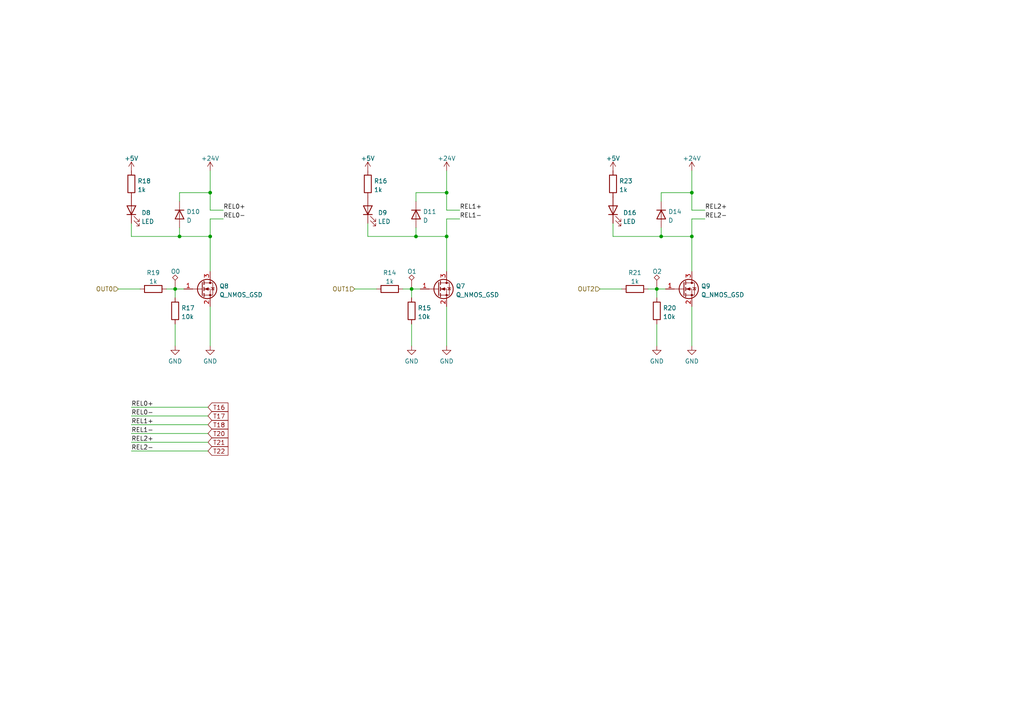
<source format=kicad_sch>
(kicad_sch (version 20211123) (generator eeschema)
  (paper "A4")
  (title_block (title "FloatPUMP Schematics") (date "2022-11-11") (rev "1.0") (company "robtor.de") (comment 1 "Controller board for up to 3 water pumps") (comment 2 "measuring capabilities with piezoresistive pressure sensors") (comment 3 "sensor input Range 4mA-20mA"))
  (lib_symbols
    (symbol "Connector:TestPoint_Alt" (pin_numbers hide) (pin_names (offset 0.762) hide)
      (property "Reference" "TP" (at 0 6.858 0))
      (property "Value" "TestPoint_Alt" (at 0 5.08 0))
      (symbol "TestPoint_Alt_0_1"
        (polyline (pts (xy 0 2.54) (xy -0.762 3.302) (xy 0 4.064) (xy 0.762 3.302) (xy 0 2.54)))
      )
      (symbol "TestPoint_Alt_1_1"
        (pin passive line (at 0 0 90) (length 2.54) (name "1") (number "1"))
      )
    )
    (symbol "Device:D" (pin_numbers hide) (pin_names (offset 1.016) hide)
      (property "Reference" "D" (at 0 2.54 0))
      (property "Value" "D" (at 0 -2.54 0))
      (symbol "D_0_1"
        (polyline (pts (xy -1.27 1.27) (xy -1.27 -1.27)) (stroke (width 0.254)))
        (polyline (pts (xy 1.27 0) (xy -1.27 0)))
        (polyline (pts (xy 1.27 1.27) (xy 1.27 -1.27) (xy -1.27 0) (xy 1.27 1.27)) (stroke (width 0.254)))
      )
      (symbol "D_1_1"
        (pin passive line (at -3.81 0 0) (length 2.54) (name "K") (number "1"))
        (pin passive line (at 3.81 0 180) (length 2.54) (name "A") (number "2"))
      )
    )
    (symbol "Device:LED" (pin_numbers hide) (pin_names (offset 1.016) hide)
      (property "Reference" "D" (at 0 2.54 0))
      (property "Value" "LED" (at 0 -2.54 0))
      (symbol "LED_0_1"
        (polyline (pts (xy -1.27 -1.27) (xy -1.27 1.27)) (stroke (width 0.254)))
        (polyline (pts (xy -1.27 0) (xy 1.27 0)))
        (polyline (pts (xy 1.27 -1.27) (xy 1.27 1.27) (xy -1.27 0) (xy 1.27 -1.27)) (stroke (width 0.254)))
        (polyline (pts (xy -3.048 -0.762) (xy -4.572 -2.286) (xy -3.81 -2.286) (xy -4.572 -2.286) (xy -4.572 -1.524)))
        (polyline (pts (xy -1.778 -0.762) (xy -3.302 -2.286) (xy -2.54 -2.286) (xy -3.302 -2.286) (xy -3.302 -1.524)))
      )
      (symbol "LED_1_1"
        (pin passive line (at -3.81 0 0) (length 2.54) (name "K") (number "1"))
        (pin passive line (at 3.81 0 180) (length 2.54) (name "A") (number "2"))
      )
    )
    (symbol "Device:Q_NMOS_GSD" (pin_names (offset 0) hide)
      (property "Reference" "Q" (at 5.08 1.27 0))
      (property "Value" "Q_NMOS_GSD" (at 5.08 -1.27 0))
      (symbol "Q_NMOS_GSD_0_1"
        (polyline (pts (xy 0.254 0) (xy -2.54 0)))
        (polyline (pts (xy 0.254 1.905) (xy 0.254 -1.905)) (stroke (width 0.254)))
        (polyline (pts (xy 0.762 -1.27) (xy 0.762 -2.286)) (stroke (width 0.254)))
        (polyline (pts (xy 0.762 0.508) (xy 0.762 -0.508)) (stroke (width 0.254)))
        (polyline (pts (xy 0.762 2.286) (xy 0.762 1.27)) (stroke (width 0.254)))
        (polyline (pts (xy 2.54 2.54) (xy 2.54 1.778)))
        (polyline (pts (xy 2.54 -2.54) (xy 2.54 0) (xy 0.762 0)))
        (polyline (pts (xy 0.762 -1.778) (xy 3.302 -1.778) (xy 3.302 1.778) (xy 0.762 1.778)))
        (polyline (pts (xy 1.016 0) (xy 2.032 0.381) (xy 2.032 -0.381) (xy 1.016 0)) (fill (type outline)))
        (polyline (pts (xy 2.794 0.508) (xy 2.921 0.381) (xy 3.683 0.381) (xy 3.81 0.254)))
        (polyline (pts (xy 3.302 0.381) (xy 2.921 -0.254) (xy 3.683 -0.254) (xy 3.302 0.381)))
        (circle (center 1.651 0) (radius 2.794) (stroke (width 0.254)))
        (circle (center 2.54 -1.778) (radius 0.254) (fill (type outline)))
        (circle (center 2.54 1.778) (radius 0.254) (fill (type outline)))
      )
      (symbol "Q_NMOS_GSD_1_1"
        (pin input line (at -5.08 0 0) (length 2.54) (name "G") (number "1"))
        (pin passive line (at 2.54 -5.08 90) (length 2.54) (name "S") (number "2"))
        (pin passive line (at 2.54 5.08 270) (length 2.54) (name "D") (number "3"))
      )
    )
    (symbol "Device:R" (pin_numbers hide) (pin_names (offset 0))
      (property "Reference" "R" (at 2.032 0 90))
      (property "Value" "R" (at 0 0 90))
      (symbol "R_0_1"
        (rectangle (start -1.016 -2.54) (end 1.016 2.54) (stroke (width 0.254)))
      )
      (symbol "R_1_1"
        (pin passive line (at 0 3.81 270) (length 1.27) (name "~") (number "1"))
        (pin passive line (at 0 -3.81 90) (length 1.27) (name "~") (number "2"))
      )
    )
    (symbol "power:+24V" (power) (pin_names (offset 0))
      (property "Value" "+24V" (at 0 3.556 0))
      (symbol "+24V_0_1"
        (polyline (pts (xy -0.762 1.27) (xy 0 2.54)))
        (polyline (pts (xy 0 0) (xy 0 2.54)))
        (polyline (pts (xy 0 2.54) (xy 0.762 1.27)))
      )
      (symbol "+24V_1_1"
        (pin power_in line (at 0 0 90) (length 0) hide (name "+24V") (number "1"))
      )
    )
    (symbol "power:+5V" (power) (pin_names (offset 0))
      (property "Value" "+5V" (at 0 3.556 0))
      (symbol "+5V_0_1"
        (polyline (pts (xy -0.762 1.27) (xy 0 2.54)))
        (polyline (pts (xy 0 0) (xy 0 2.54)))
        (polyline (pts (xy 0 2.54) (xy 0.762 1.27)))
      )
      (symbol "+5V_1_1"
        (pin power_in line (at 0 0 90) (length 0) hide (name "+5V") (number "1"))
      )
    )
    (symbol "power:GND" (power) (pin_names (offset 0))
      (property "Value" "GND" (at 0 -3.81 0))
      (symbol "GND_0_1"
        (polyline (pts (xy 0 0) (xy 0 -1.27) (xy 1.27 -1.27) (xy 0 -2.54) (xy -1.27 -1.27) (xy 0 -1.27)))
      )
      (symbol "GND_1_1"
        (pin power_in line (at 0 0 270) (length 0) hide (name "GND") (number "1"))
      )
    )
  )
  (junction (at 52.07 68.58))
  (junction (at 120.65 68.58))
  (junction (at 60.96 68.58))
  (junction (at 129.54 68.58))
  (junction (at 119.38 83.82))
  (junction (at 50.8 83.82))
  (junction (at 60.96 55.88))
  (junction (at 191.77 68.58))
  (junction (at 129.54 55.88))
  (junction (at 190.5 83.82))
  (junction (at 200.66 68.58))
  (junction (at 200.66 55.88))
  (wire (pts (xy 191.77 58.42) (xy 191.77 55.88)))
  (wire (pts (xy 60.96 68.58) (xy 60.96 78.74)))
  (wire (pts (xy 173.99 83.82) (xy 180.34 83.82)))
  (wire (pts (xy 190.5 83.82) (xy 193.04 83.82)))
  (wire (pts (xy 50.8 83.82) (xy 50.8 86.36)))
  (wire (pts (xy 200.66 88.9) (xy 200.66 100.33)))
  (wire (pts (xy 200.66 68.58) (xy 200.66 78.74)))
  (wire (pts (xy 129.54 49.53) (xy 129.54 55.88)))
  (wire (pts (xy 102.87 83.82) (xy 109.22 83.82)))
  (wire (pts (xy 60.96 55.88) (xy 60.96 60.96)))
  (wire (pts (xy 191.77 68.58) (xy 200.66 68.58)))
  (wire (pts (xy 52.07 68.58) (xy 38.1 68.58)))
  (wire (pts (xy 187.96 83.82) (xy 190.5 83.82)))
  (wire (pts (xy 190.5 83.82) (xy 190.5 86.36)))
  (wire (pts (xy 120.65 55.88) (xy 129.54 55.88)))
  (wire (pts (xy 38.1 128.27) (xy 60.325 128.27)))
  (wire (pts (xy 120.65 68.58) (xy 129.54 68.58)))
  (wire (pts (xy 200.66 55.88) (xy 200.66 60.96)))
  (wire (pts (xy 191.77 55.88) (xy 200.66 55.88)))
  (wire (pts (xy 177.8 64.77) (xy 177.8 68.58)))
  (wire (pts (xy 129.54 60.96) (xy 133.35 60.96)))
  (wire (pts (xy 50.8 83.82) (xy 53.34 83.82)))
  (wire (pts (xy 116.84 83.82) (xy 119.38 83.82)))
  (wire (pts (xy 50.8 93.98) (xy 50.8 100.33)))
  (wire (pts (xy 133.35 63.5) (xy 129.54 63.5)))
  (wire (pts (xy 38.1 125.73) (xy 60.325 125.73)))
  (wire (pts (xy 60.96 88.9) (xy 60.96 100.33)))
  (wire (pts (xy 106.68 64.77) (xy 106.68 68.58)))
  (wire (pts (xy 52.07 55.88) (xy 60.96 55.88)))
  (wire (pts (xy 38.1 123.19) (xy 60.325 123.19)))
  (wire (pts (xy 60.96 63.5) (xy 60.96 68.58)))
  (wire (pts (xy 34.29 83.82) (xy 40.64 83.82)))
  (wire (pts (xy 119.38 93.98) (xy 119.38 100.33)))
  (wire (pts (xy 52.07 66.04) (xy 52.07 68.58)))
  (wire (pts (xy 119.38 83.82) (xy 121.92 83.82)))
  (wire (pts (xy 120.65 66.04) (xy 120.65 68.58)))
  (wire (pts (xy 52.07 58.42) (xy 52.07 55.88)))
  (wire (pts (xy 191.77 68.58) (xy 177.8 68.58)))
  (wire (pts (xy 38.1 130.81) (xy 60.325 130.81)))
  (wire (pts (xy 129.54 88.9) (xy 129.54 100.33)))
  (wire (pts (xy 38.1 120.65) (xy 60.325 120.65)))
  (wire (pts (xy 52.07 68.58) (xy 60.96 68.58)))
  (wire (pts (xy 60.96 60.96) (xy 64.77 60.96)))
  (wire (pts (xy 64.77 63.5) (xy 60.96 63.5)))
  (wire (pts (xy 190.5 93.98) (xy 190.5 100.33)))
  (wire (pts (xy 120.65 58.42) (xy 120.65 55.88)))
  (wire (pts (xy 38.1 118.11) (xy 60.325 118.11)))
  (wire (pts (xy 119.38 83.82) (xy 119.38 86.36)))
  (wire (pts (xy 204.47 63.5) (xy 200.66 63.5)))
  (wire (pts (xy 129.54 68.58) (xy 129.54 78.74)))
  (wire (pts (xy 129.54 63.5) (xy 129.54 68.58)))
  (wire (pts (xy 200.66 49.53) (xy 200.66 55.88)))
  (wire (pts (xy 120.65 68.58) (xy 106.68 68.58)))
  (wire (pts (xy 129.54 55.88) (xy 129.54 60.96)))
  (wire (pts (xy 200.66 63.5) (xy 200.66 68.58)))
  (wire (pts (xy 38.1 64.77) (xy 38.1 68.58)))
  (wire (pts (xy 191.77 66.04) (xy 191.77 68.58)))
  (wire (pts (xy 48.26 83.82) (xy 50.8 83.82)))
  (wire (pts (xy 200.66 60.96) (xy 204.47 60.96)))
  (wire (pts (xy 60.96 49.53) (xy 60.96 55.88)))
  (label "REL1+" (at 38.1 123.19 0))
  (label "REL0+" (at 64.77 60.96 0))
  (label "REL2+" (at 204.47 60.96 0))
  (label "REL1-" (at 133.35 63.5 0))
  (label "REL2-" (at 204.47 63.5 0))
  (label "REL2-" (at 38.1 130.81 0))
  (label "REL1-" (at 38.1 125.73 0))
  (label "REL0-" (at 38.1 120.65 0))
  (label "REL0+" (at 38.1 118.11 0))
  (label "REL0-" (at 64.77 63.5 0))
  (label "REL1+" (at 133.35 60.96 0))
  (label "REL2+" (at 38.1 128.27 0))
  (global_label "T22" (shape input) (at 60.325 130.81 0) (property "Referenzen zwischen Schaltplänen" "${INTERSHEET_REFS}" (effects hide)))
  (global_label "T17" (shape input) (at 60.325 120.65 0) (property "Referenzen zwischen Schaltplänen" "${INTERSHEET_REFS}" (effects hide)))
  (global_label "T18" (shape input) (at 60.325 123.19 0) (property "Referenzen zwischen Schaltplänen" "${INTERSHEET_REFS}" (effects hide)))
  (global_label "T16" (shape input) (at 60.325 118.11 0) (property "Referenzen zwischen Schaltplänen" "${INTERSHEET_REFS}" (effects hide)))
  (global_label "T21" (shape input) (at 60.325 128.27 0) (property "Referenzen zwischen Schaltplänen" "${INTERSHEET_REFS}" (effects hide)))
  (global_label "T20" (shape input) (at 60.325 125.73 0) (property "Referenzen zwischen Schaltplänen" "${INTERSHEET_REFS}" (effects hide)))
  (hierarchical_label "OUT1" (shape input) (at 102.87 83.82 180))
  (hierarchical_label "OUT2" (shape input) (at 173.99 83.82 180))
  (hierarchical_label "OUT0" (shape input) (at 34.29 83.82 180))
  (symbol (lib_id "power:GND") (at 200.66 100.33 0) (unit 1)
    (property "Reference" "#PWR074" (effects hide))
    (property "Value" "GND" (at 200.66 104.7734 0))
  )
  (symbol (lib_id "power:GND") (at 119.38 100.33 0) (unit 1)
    (property "Reference" "#PWR068" (effects hide))
    (property "Value" "GND" (at 119.38 104.7734 0))
  )
  (symbol (lib_id "Connector:TestPoint_Alt") (at 119.38 83.82 0) (unit 1)
    (property "Reference" "TP10" (effects hide))
    (property "Value" "O1" (at 118.11 78.74 0) (effects (justify left)))
    (property "Footprint" "TestPoint:TestPoint_Pad_D1.0mm" (effects hide))
  )
  (symbol (lib_id "power:+5V") (at 177.8 49.53 0) (unit 1)
    (property "Reference" "#PWR071" (effects hide))
    (property "Value" "+5V" (at 177.8 45.9542 0))
  )
  (symbol (lib_id "power:+24V") (at 200.66 49.53 0) (unit 1)
    (property "Reference" "#PWR073" (effects hide))
    (property "Value" "+24V" (at 200.66 45.9542 0))
  )
  (symbol (lib_id "Device:R") (at 113.03 83.82 90) (unit 1)
    (property "Reference" "R14" (at 113.03 79.1042 90))
    (property "Value" "1k" (at 113.03 81.6411 90))
    (property "Footprint" "Resistor_SMD:R_0603_1608Metric" (effects hide))
    (property "JLCPCB" "Basic" (effects hide))
    (property "LCSC" "C21190" (effects hide))
  )
  (symbol (lib_id "Device:D") (at 191.77 62.23 270) (unit 1)
    (property "Reference" "D14" (at 193.802 61.3953 90) (effects (justify left)))
    (property "Value" "D" (at 193.802 63.9322 90) (effects (justify left)))
    (property "Footprint" "Diode_SMD:D_SMA" (effects hide))
    (property "Datasheet" "https://datasheet.lcsc.com/lcsc/2109061630_YONGYUTAI-1N4001_C2892670.pdf" (effects hide))
    (property "JLCPCB" "Basic" (effects hide))
    (property "LCSC" "C95872" (effects hide))
  )
  (symbol (lib_id "Device:D") (at 52.07 62.23 270) (unit 1)
    (property "Reference" "D10" (at 54.102 61.3953 90) (effects (justify left)))
    (property "Value" "D" (at 54.102 63.9322 90) (effects (justify left)))
    (property "Footprint" "Diode_SMD:D_SMA" (effects hide))
    (property "Datasheet" "https://datasheet.lcsc.com/lcsc/2109061630_YONGYUTAI-1N4001_C2892670.pdf" (effects hide))
    (property "JLCPCB" "Basic" (effects hide))
    (property "LCSC" "C95872" (effects hide))
  )
  (symbol (lib_id "Connector:TestPoint_Alt") (at 190.5 83.82 0) (unit 1)
    (property "Reference" "TP13" (effects hide))
    (property "Value" "O2" (at 189.23 78.74 0) (effects (justify left)))
    (property "Footprint" "TestPoint:TestPoint_Pad_D1.0mm" (effects hide))
  )
  (symbol (lib_id "Device:R") (at 184.15 83.82 90) (unit 1)
    (property "Reference" "R21" (at 184.15 79.1042 90))
    (property "Value" "1k" (at 184.15 81.6411 90))
    (property "Footprint" "Resistor_SMD:R_0603_1608Metric" (effects hide))
    (property "JLCPCB" "Basic" (effects hide))
    (property "LCSC" "C21190" (effects hide))
  )
  (symbol (lib_id "power:+24V") (at 129.54 49.53 0) (unit 1)
    (property "Reference" "#PWR069" (effects hide))
    (property "Value" "+24V" (at 129.54 45.9542 0))
  )
  (symbol (lib_id "power:+5V") (at 106.68 49.53 0) (unit 1)
    (property "Reference" "#PWR067" (effects hide))
    (property "Value" "+5V" (at 106.68 45.9542 0))
  )
  (symbol (lib_id "Device:D") (at 120.65 62.23 270) (unit 1)
    (property "Reference" "D11" (at 122.682 61.3953 90) (effects (justify left)))
    (property "Value" "D" (at 122.682 63.9322 90) (effects (justify left)))
    (property "Footprint" "Diode_SMD:D_SMA" (effects hide))
    (property "Datasheet" "https://datasheet.lcsc.com/lcsc/2109061630_YONGYUTAI-1N4001_C2892670.pdf" (effects hide))
    (property "JLCPCB" "Basic" (effects hide))
    (property "LCSC" "C95872" (effects hide))
  )
  (symbol (lib_id "Device:Q_NMOS_GSD") (at 198.12 83.82 0) (unit 1)
    (property "Reference" "Q9" (at 203.327 82.9853 0) (effects (justify left)))
    (property "Value" "Q_NMOS_GSD" (at 203.327 85.5222 0) (effects (justify left)))
    (property "Footprint" "Package_TO_SOT_SMD:SOT-23" (effects hide))
    (property "Datasheet" "https://datasheet.lcsc.com/lcsc/1810271831_TOSHIBA-T2N7002BK-LM_C146372.pdf" (effects hide))
    (property "JLCPCB" "Basic" (effects hide))
    (property "LCSC" "C8545" (effects hide))
  )
  (symbol (lib_id "Connector:TestPoint_Alt") (at 50.8 83.82 0) (unit 1)
    (property "Reference" "TP9" (effects hide))
    (property "Value" "O0" (at 49.53 78.74 0) (effects (justify left)))
    (property "Footprint" "TestPoint:TestPoint_Pad_D1.0mm" (effects hide))
  )
  (symbol (lib_id "Device:LED") (at 106.68 60.96 90) (unit 1)
    (property "Reference" "D9" (at 109.601 61.7128 90) (effects (justify right)))
    (property "Value" "LED" (at 109.601 64.2497 90) (effects (justify right)))
    (property "Footprint" "LED_SMD:LED_0805_2012Metric" (effects hide))
  )
  (symbol (lib_id "power:GND") (at 60.96 100.33 0) (unit 1)
    (property "Reference" "#PWR066" (effects hide))
    (property "Value" "GND" (at 60.96 104.7734 0))
  )
  (symbol (lib_id "Device:LED") (at 177.8 60.96 90) (unit 1)
    (property "Reference" "D16" (at 180.721 61.7128 90) (effects (justify right)))
    (property "Value" "LED" (at 180.721 64.2497 90) (effects (justify right)))
    (property "Footprint" "LED_SMD:LED_0805_2012Metric" (effects hide))
  )
  (symbol (lib_id "Device:R") (at 106.68 53.34 180) (unit 1)
    (property "Reference" "R16" (at 108.458 52.5053 0) (effects (justify right)))
    (property "Value" "1k" (at 108.458 55.0422 0) (effects (justify right)))
    (property "Footprint" "Resistor_SMD:R_0603_1608Metric" (effects hide))
    (property "JLCPCB" "Basic" (effects hide))
    (property "LCSC" "C21190" (effects hide))
  )
  (symbol (lib_id "power:GND") (at 129.54 100.33 0) (unit 1)
    (property "Reference" "#PWR070" (effects hide))
    (property "Value" "GND" (at 129.54 104.7734 0))
  )
  (symbol (lib_id "Device:LED") (at 38.1 60.96 90) (unit 1)
    (property "Reference" "D8" (at 41.021 61.7128 90) (effects (justify right)))
    (property "Value" "LED" (at 41.021 64.2497 90) (effects (justify right)))
    (property "Footprint" "LED_SMD:LED_0805_2012Metric" (effects hide))
  )
  (symbol (lib_id "Device:Q_NMOS_GSD") (at 58.42 83.82 0) (unit 1)
    (property "Reference" "Q8" (at 63.627 82.9853 0) (effects (justify left)))
    (property "Value" "Q_NMOS_GSD" (at 63.627 85.5222 0) (effects (justify left)))
    (property "Footprint" "Package_TO_SOT_SMD:SOT-23" (effects hide))
    (property "Datasheet" "https://datasheet.lcsc.com/lcsc/1810151612_Jiangsu-Changjing-Electronics-Technology-Co---Ltd--2N7002_C8545.pdf" (effects hide))
    (property "JLCPCB" "Basic" (effects hide))
    (property "LCSC" "C8545" (effects hide))
  )
  (symbol (lib_id "power:GND") (at 50.8 100.33 0) (unit 1)
    (property "Reference" "#PWR064" (effects hide))
    (property "Value" "GND" (at 50.8 104.7734 0))
  )
  (symbol (lib_id "Device:R") (at 38.1 53.34 180) (unit 1)
    (property "Reference" "R18" (at 39.878 52.5053 0) (effects (justify right)))
    (property "Value" "1k" (at 39.878 55.0422 0) (effects (justify right)))
    (property "Footprint" "Resistor_SMD:R_0603_1608Metric" (effects hide))
    (property "JLCPCB" "Basic" (effects hide))
    (property "LCSC" "C21190" (effects hide))
  )
  (symbol (lib_id "Device:Q_NMOS_GSD") (at 127 83.82 0) (unit 1)
    (property "Reference" "Q7" (at 132.207 82.9853 0) (effects (justify left)))
    (property "Value" "Q_NMOS_GSD" (at 132.207 85.5222 0) (effects (justify left)))
    (property "Footprint" "Package_TO_SOT_SMD:SOT-23" (effects hide))
    (property "Datasheet" "https://datasheet.lcsc.com/lcsc/1810271831_TOSHIBA-T2N7002BK-LM_C146372.pdf" (effects hide))
    (property "JLCPCB" "Basic" (effects hide))
    (property "LCSC" "C8545" (effects hide))
  )
  (symbol (lib_id "power:+5V") (at 38.1 49.53 0) (unit 1)
    (property "Reference" "#PWR063" (effects hide))
    (property "Value" "+5V" (at 38.1 45.9542 0))
  )
  (symbol (lib_id "Device:R") (at 50.8 90.17 0) (unit 1)
    (property "Reference" "R17" (at 52.578 89.3353 0) (effects (justify left)))
    (property "Value" "10k" (at 52.578 91.8722 0) (effects (justify left)))
    (property "Footprint" "Resistor_SMD:R_0603_1608Metric" (effects hide))
    (property "JLCPCB" "Basic" (effects hide))
    (property "LCSC" "C25804" (effects hide))
  )
  (symbol (lib_id "Device:R") (at 119.38 90.17 0) (unit 1)
    (property "Reference" "R15" (at 121.158 89.3353 0) (effects (justify left)))
    (property "Value" "10k" (at 121.158 91.8722 0) (effects (justify left)))
    (property "Footprint" "Resistor_SMD:R_0603_1608Metric" (effects hide))
    (property "JLCPCB" "Basic" (effects hide))
    (property "LCSC" "C25804" (effects hide))
  )
  (symbol (lib_id "Device:R") (at 190.5 90.17 0) (unit 1)
    (property "Reference" "R20" (at 192.278 89.3353 0) (effects (justify left)))
    (property "Value" "10k" (at 192.278 91.8722 0) (effects (justify left)))
    (property "Footprint" "Resistor_SMD:R_0603_1608Metric" (effects hide))
    (property "JLCPCB" "Basic" (effects hide))
    (property "LCSC" "C25804" (effects hide))
  )
  (symbol (lib_id "power:+24V") (at 60.96 49.53 0) (unit 1)
    (property "Reference" "#PWR065" (effects hide))
    (property "Value" "+24V" (at 60.96 45.9542 0))
  )
  (symbol (lib_id "power:GND") (at 190.5 100.33 0) (unit 1)
    (property "Reference" "#PWR072" (effects hide))
    (property "Value" "GND" (at 190.5 104.7734 0))
  )
  (symbol (lib_id "Device:R") (at 44.45 83.82 90) (unit 1)
    (property "Reference" "R19" (at 44.45 79.1042 90))
    (property "Value" "1k" (at 44.45 81.6411 90))
    (property "Footprint" "Resistor_SMD:R_0603_1608Metric" (effects hide))
    (property "JLCPCB" "Basic" (effects hide))
    (property "LCSC" "C21190" (effects hide))
  )
  (symbol (lib_id "Device:R") (at 177.8 53.34 180) (unit 1)
    (property "Reference" "R23" (at 179.578 52.5053 0) (effects (justify right)))
    (property "Value" "1k" (at 179.578 55.0422 0) (effects (justify right)))
    (property "Footprint" "Resistor_SMD:R_0603_1608Metric" (effects hide))
    (property "JLCPCB" "Basic" (effects hide))
    (property "LCSC" "C21190" (effects hide))
  )
)
</source>
